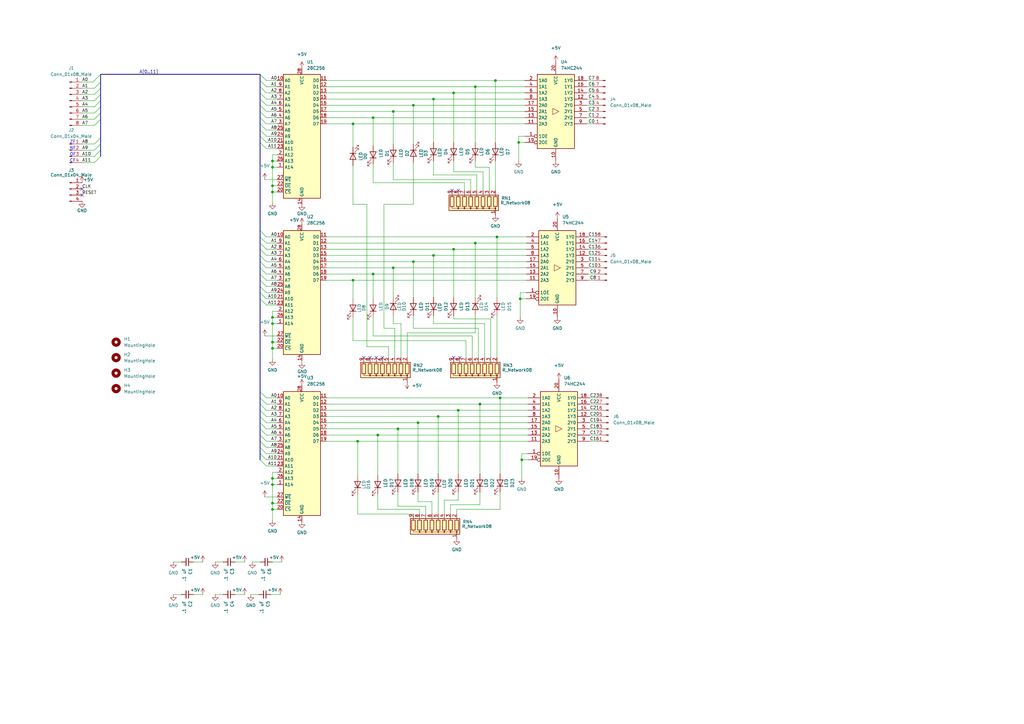
<source format=kicad_sch>
(kicad_sch (version 20211123) (generator eeschema)
  (paper "A3")
  (title_block (title "i281e Control Table") (date "2024-05-04") (rev "C") (company "i281e Development Group") (comment 1 "Licensed under CERN-OHL-P v2") (comment 2 "Copyright i281e Development Group"))
  (lib_symbols
    (symbol "74xx:74HC244"
      (property "Reference" "U" (at -7.62 16.51 0))
      (property "Value" "74HC244" (at -7.62 -16.51 0))
      (symbol "74HC244_1_0"
        (pin input inverted (at -12.7 -10.16 0) (length 5.08) (name "1OE") (number "1"))
        (pin power_in line (at 0 -20.32 90) (length 5.08) (name "GND") (number "10"))
        (pin input line (at -12.7 -5.08 0) (length 5.08) (name "2A3") (number "11"))
        (pin tri_state line (at 12.7 5.08 180) (length 5.08) (name "1Y3") (number "12"))
        (pin input line (at -12.7 -2.54 0) (length 5.08) (name "2A2") (number "13"))
        (pin tri_state line (at 12.7 7.62 180) (length 5.08) (name "1Y2") (number "14"))
        (pin input line (at -12.7 0 0) (length 5.08) (name "2A1") (number "15"))
        (pin tri_state line (at 12.7 10.16 180) (length 5.08) (name "1Y1") (number "16"))
        (pin input line (at -12.7 2.54 0) (length 5.08) (name "2A0") (number "17"))
        (pin tri_state line (at 12.7 12.7 180) (length 5.08) (name "1Y0") (number "18"))
        (pin input inverted (at -12.7 -12.7 0) (length 5.08) (name "2OE") (number "19"))
        (pin input line (at -12.7 12.7 0) (length 5.08) (name "1A0") (number "2"))
        (pin power_in line (at 0 20.32 270) (length 5.08) (name "VCC") (number "20"))
        (pin tri_state line (at 12.7 2.54 180) (length 5.08) (name "2Y0") (number "3"))
        (pin input line (at -12.7 10.16 0) (length 5.08) (name "1A1") (number "4"))
        (pin tri_state line (at 12.7 0 180) (length 5.08) (name "2Y1") (number "5"))
        (pin input line (at -12.7 7.62 0) (length 5.08) (name "1A2") (number "6"))
        (pin tri_state line (at 12.7 -2.54 180) (length 5.08) (name "2Y2") (number "7"))
        (pin input line (at -12.7 5.08 0) (length 5.08) (name "1A3") (number "8"))
        (pin tri_state line (at 12.7 -5.08 180) (length 5.08) (name "2Y3") (number "9"))
      )
    )
    (symbol "Connector:Conn_01x04_Male" (pin_names (offset 1.016) hide)
      (property "Reference" "J" (at 0 5.08 0))
      (property "Value" "Conn_01x04_Male" (at 0 -7.62 0))
      (symbol "Conn_01x04_Male_1_1"
        (pin passive line (at 5.08 2.54 180) (length 3.81) (name "Pin_1") (number "1"))
        (pin passive line (at 5.08 0 180) (length 3.81) (name "Pin_2") (number "2"))
        (pin passive line (at 5.08 -2.54 180) (length 3.81) (name "Pin_3") (number "3"))
        (pin passive line (at 5.08 -5.08 180) (length 3.81) (name "Pin_4") (number "4"))
      )
    )
    (symbol "Connector:Conn_01x08_Male" (pin_names (offset 1.016) hide)
      (property "Reference" "J" (at 0 10.16 0))
      (property "Value" "Conn_01x08_Male" (at 0 -12.7 0))
      (symbol "Conn_01x08_Male_1_1"
        (pin passive line (at 5.08 7.62 180) (length 3.81) (name "Pin_1") (number "1"))
        (pin passive line (at 5.08 5.08 180) (length 3.81) (name "Pin_2") (number "2"))
        (pin passive line (at 5.08 2.54 180) (length 3.81) (name "Pin_3") (number "3"))
        (pin passive line (at 5.08 0 180) (length 3.81) (name "Pin_4") (number "4"))
        (pin passive line (at 5.08 -2.54 180) (length 3.81) (name "Pin_5") (number "5"))
        (pin passive line (at 5.08 -5.08 180) (length 3.81) (name "Pin_6") (number "6"))
        (pin passive line (at 5.08 -7.62 180) (length 3.81) (name "Pin_7") (number "7"))
        (pin passive line (at 5.08 -10.16 180) (length 3.81) (name "Pin_8") (number "8"))
      )
    )
    (symbol "Device:C_Small" (pin_numbers hide) (pin_names (offset 0.254) hide)
      (property "Reference" "C" (at 0.254 1.778 0))
      (property "Value" "C_Small" (at 0.254 -2.032 0))
      (symbol "C_Small_1_1"
        (pin passive line (at 0 2.54 270) (length 2.032) (name "~") (number "1"))
        (pin passive line (at 0 -2.54 90) (length 2.032) (name "~") (number "2"))
      )
    )
    (symbol "Device:LED" (pin_numbers hide) (pin_names (offset 1.016) hide)
      (property "Reference" "D" (at 0 2.54 0))
      (property "Value" "LED" (at 0 -2.54 0))
      (symbol "LED_1_1"
        (pin passive line (at -3.81 0 0) (length 2.54) (name "K") (number "1"))
        (pin passive line (at 3.81 0 180) (length 2.54) (name "A") (number "2"))
      )
    )
    (symbol "Device:R_Network08" (pin_names (offset 0) hide)
      (property "Reference" "RN" (at -12.7 0 90))
      (property "Value" "R_Network08" (at 10.16 0 90))
      (symbol "R_Network08_1_1"
        (pin passive line (at -10.16 5.08 270) (length 2.54) (name "common") (number "1"))
        (pin passive line (at -10.16 -5.08 90) (length 1.27) (name "R1") (number "2"))
        (pin passive line (at -7.62 -5.08 90) (length 1.27) (name "R2") (number "3"))
        (pin passive line (at -5.08 -5.08 90) (length 1.27) (name "R3") (number "4"))
        (pin passive line (at -2.54 -5.08 90) (length 1.27) (name "R4") (number "5"))
        (pin passive line (at 0 -5.08 90) (length 1.27) (name "R5") (number "6"))
        (pin passive line (at 2.54 -5.08 90) (length 1.27) (name "R6") (number "7"))
        (pin passive line (at 5.08 -5.08 90) (length 1.27) (name "R7") (number "8"))
        (pin passive line (at 7.62 -5.08 90) (length 1.27) (name "R8") (number "9"))
      )
    )
    (symbol "Mechanical:MountingHole" (pin_names (offset 1.016))
      (property "Reference" "H" (at 0 5.08 0))
      (property "Value" "MountingHole" (at 0 3.175 0))
    )
    (symbol "Memory_EEPROM:28C256"
      (property "Reference" "U" (at -7.62 26.67 0))
      (property "Value" "28C256" (at 2.54 -26.67 0))
      (symbol "28C256_1_1"
        (pin input line (at -10.16 -12.7 0) (length 2.54) (name "A14") (number "1"))
        (pin input line (at -10.16 22.86 0) (length 2.54) (name "A0") (number "10"))
        (pin tri_state line (at 10.16 22.86 180) (length 2.54) (name "D0") (number "11"))
        (pin tri_state line (at 10.16 20.32 180) (length 2.54) (name "D1") (number "12"))
        (pin tri_state line (at 10.16 17.78 180) (length 2.54) (name "D2") (number "13"))
        (pin power_in line (at 0 -27.94 90) (length 2.54) (name "GND") (number "14"))
        (pin tri_state line (at 10.16 15.24 180) (length 2.54) (name "D3") (number "15"))
        (pin tri_state line (at 10.16 12.7 180) (length 2.54) (name "D4") (number "16"))
        (pin tri_state line (at 10.16 10.16 180) (length 2.54) (name "D5") (number "17"))
        (pin tri_state line (at 10.16 7.62 180) (length 2.54) (name "D6") (number "18"))
        (pin tri_state line (at 10.16 5.08 180) (length 2.54) (name "D7") (number "19"))
        (pin input line (at -10.16 -7.62 0) (length 2.54) (name "A12") (number "2"))
        (pin input line (at -10.16 -22.86 0) (length 2.54) (name "~{CS}") (number "20"))
        (pin input line (at -10.16 -2.54 0) (length 2.54) (name "A10") (number "21"))
        (pin input line (at -10.16 -20.32 0) (length 2.54) (name "~{OE}") (number "22"))
        (pin input line (at -10.16 -5.08 0) (length 2.54) (name "A11") (number "23"))
        (pin input line (at -10.16 0 0) (length 2.54) (name "A9") (number "24"))
        (pin input line (at -10.16 2.54 0) (length 2.54) (name "A8") (number "25"))
        (pin input line (at -10.16 -10.16 0) (length 2.54) (name "A13") (number "26"))
        (pin input line (at -10.16 -17.78 0) (length 2.54) (name "~{WE}") (number "27"))
        (pin power_in line (at 0 27.94 270) (length 2.54) (name "VCC") (number "28"))
        (pin input line (at -10.16 5.08 0) (length 2.54) (name "A7") (number "3"))
        (pin input line (at -10.16 7.62 0) (length 2.54) (name "A6") (number "4"))
        (pin input line (at -10.16 10.16 0) (length 2.54) (name "A5") (number "5"))
        (pin input line (at -10.16 12.7 0) (length 2.54) (name "A4") (number "6"))
        (pin input line (at -10.16 15.24 0) (length 2.54) (name "A3") (number "7"))
        (pin input line (at -10.16 17.78 0) (length 2.54) (name "A2") (number "8"))
        (pin input line (at -10.16 20.32 0) (length 2.54) (name "A1") (number "9"))
      )
    )
    (symbol "power:+5V" (power) (pin_names (offset 0))
      (property "Value" "+5V" (at 0 3.556 0))
      (symbol "+5V_1_1"
        (pin power_in line (at 0 0 90) (length 0) hide (name "+5V") (number "1"))
      )
    )
    (symbol "power:GND" (power) (pin_names (offset 0))
      (property "Value" "GND" (at 0 -3.81 0))
      (symbol "GND_1_1"
        (pin power_in line (at 0 0 270) (length 0) hide (name "GND") (number "1"))
      )
    )
  )
  (junction (at 187.96 168.275))
  (junction (at 111.76 130.175))
  (junction (at 111.76 66.04))
  (junction (at 194.945 99.695))
  (junction (at 144.78 114.935))
  (junction (at 111.76 142.875))
  (junction (at 111.76 208.915))
  (junction (at 169.545 43.18))
  (junction (at 171.45 173.355))
  (junction (at 203.835 97.155))
  (junction (at 111.76 206.375))
  (junction (at 177.8 104.775))
  (junction (at 144.78 50.8))
  (junction (at 161.29 45.72))
  (junction (at 111.76 78.74))
  (junction (at 153.035 48.26))
  (junction (at 186.055 102.235))
  (junction (at 194.945 35.56))
  (junction (at 212.725 58.42))
  (junction (at 111.76 132.715))
  (junction (at 111.76 196.215))
  (junction (at 111.76 68.58))
  (junction (at 203.2 33.02))
  (junction (at 213.36 122.555))
  (junction (at 111.76 76.2))
  (junction (at 169.545 107.315))
  (junction (at 213.995 188.595))
  (junction (at 186.055 38.1))
  (junction (at 154.94 178.435))
  (junction (at 179.705 170.815))
  (junction (at 146.685 180.975))
  (junction (at 163.195 175.895))
  (junction (at 153.035 112.395))
  (junction (at 161.29 109.855))
  (junction (at 196.85 165.735))
  (junction (at 111.76 198.755))
  (junction (at 177.8 40.64))
  (junction (at 111.76 140.335))
  (junction (at 205.105 163.195))
  (no_connect (at 185.42 78.105))
  (no_connect (at 33.655 77.47))
  (no_connect (at 151.765 146.685))
  (no_connect (at 186.055 146.685))
  (no_connect (at 187.96 78.105))
  (no_connect (at 156.845 146.685))
  (no_connect (at 149.225 146.685))
  (no_connect (at 154.305 146.685))
  (no_connect (at 188.595 146.685))
  (no_connect (at 33.655 80.01))
  (bus_entry (at 106.68 173.355) (size 2.54 2.54))
  (bus_entry (at 106.68 104.775) (size 2.54 2.54))
  (bus_entry (at 106.68 109.855) (size 2.54 2.54))
  (bus_entry (at 106.68 163.195) (size 2.54 2.54))
  (bus_entry (at 106.68 183.515) (size 2.54 2.54))
  (bus_entry (at 106.68 58.42) (size 2.54 2.54))
  (bus_entry (at 106.68 117.475) (size 2.54 2.54))
  (bus_entry (at 106.68 168.275) (size 2.54 2.54))
  (bus_entry (at 41.275 46.355) (size -2.54 2.54))
  (bus_entry (at 106.68 186.055) (size 2.54 2.54))
  (bus_entry (at 106.68 122.555) (size 2.54 2.54))
  (bus_entry (at 106.68 188.595) (size 2.54 2.54))
  (bus_entry (at 106.68 50.8) (size 2.54 2.54))
  (bus_entry (at 41.275 41.275) (size -2.54 2.54))
  (bus_entry (at 106.68 170.815) (size 2.54 2.54))
  (bus_entry (at 106.68 55.88) (size 2.54 2.54))
  (bus_entry (at 106.68 178.435) (size 2.54 2.54))
  (bus_entry (at 41.275 48.895) (size -2.54 2.54))
  (bus_entry (at 41.275 59.055) (size -2.54 2.54))
  (bus_entry (at 106.68 107.315) (size 2.54 2.54))
  (bus_entry (at 106.68 35.56) (size 2.54 2.54))
  (bus_entry (at 106.68 180.975) (size 2.54 2.54))
  (bus_entry (at 41.275 43.815) (size -2.54 2.54))
  (bus_entry (at 106.68 165.735) (size 2.54 2.54))
  (bus_entry (at 106.68 33.02) (size 2.54 2.54))
  (bus_entry (at 106.68 102.235) (size 2.54 2.54))
  (bus_entry (at 41.275 61.595) (size -2.54 2.54))
  (bus_entry (at 106.68 97.155) (size 2.54 2.54))
  (bus_entry (at 106.68 160.655) (size 2.54 2.54))
  (bus_entry (at 106.68 175.895) (size 2.54 2.54))
  (bus_entry (at 106.68 99.695) (size 2.54 2.54))
  (bus_entry (at 41.275 33.655) (size -2.54 2.54))
  (bus_entry (at 106.68 94.615) (size 2.54 2.54))
  (bus_entry (at 41.275 38.735) (size -2.54 2.54))
  (bus_entry (at 41.275 30.48) (size -2.54 2.54))
  (bus_entry (at 106.68 30.48) (size 2.54 2.54))
  (bus_entry (at 41.275 36.195) (size -2.54 2.54))
  (bus_entry (at 106.68 45.72) (size 2.54 2.54))
  (bus_entry (at 106.68 114.935) (size 2.54 2.54))
  (bus_entry (at 106.68 43.18) (size 2.54 2.54))
  (bus_entry (at 41.275 64.135) (size -2.54 2.54))
  (bus_entry (at 106.68 40.64) (size 2.54 2.54))
  (bus_entry (at 106.68 38.1) (size 2.54 2.54))
  (bus_entry (at 106.68 53.34) (size 2.54 2.54))
  (bus_entry (at 41.275 56.515) (size -2.54 2.54))
  (bus_entry (at 106.68 48.26) (size 2.54 2.54))
  (bus_entry (at 106.68 120.015) (size 2.54 2.54))
  (bus_entry (at 106.68 112.395) (size 2.54 2.54))
  (wire (pts (xy 109.22 112.395) (xy 113.665 112.395)))
  (wire (pts (xy 109.22 191.135) (xy 113.665 191.135)))
  (wire (pts (xy 33.655 38.735) (xy 38.735 38.735)))
  (wire (pts (xy 144.78 83.82) (xy 150.495 83.82)))
  (bus (pts (xy 106.68 183.515) (xy 106.68 186.055)))
  (wire (pts (xy 146.685 180.975) (xy 216.535 180.975)))
  (wire (pts (xy 146.685 210.82) (xy 169.545 210.82)))
  (wire (pts (xy 111.76 127.635) (xy 111.76 130.175)))
  (wire (pts (xy 144.78 139.7) (xy 191.135 139.7)))
  (wire (pts (xy 144.78 130.175) (xy 144.78 139.7)))
  (wire (pts (xy 198.755 146.685) (xy 198.755 132.715)))
  (wire (pts (xy 244.475 175.895) (xy 241.935 175.895)))
  (wire (pts (xy 109.22 35.56) (xy 113.665 35.56)))
  (wire (pts (xy 161.925 134.62) (xy 157.48 134.62)))
  (wire (pts (xy 146.685 180.975) (xy 146.685 194.945)))
  (wire (pts (xy 38.735 33.02) (xy 38.1 33.655)))
  (wire (pts (xy 111.76 206.375) (xy 111.76 208.915)))
  (wire (pts (xy 161.29 109.855) (xy 215.9 109.855)))
  (wire (pts (xy 133.985 40.64) (xy 177.8 40.64)))
  (wire (pts (xy 133.985 48.26) (xy 153.035 48.26)))
  (wire (pts (xy 111.76 78.74) (xy 113.665 78.74)))
  (wire (pts (xy 109.22 168.275) (xy 113.665 168.275)))
  (bus (pts (xy 106.68 40.64) (xy 106.68 43.18)))
  (wire (pts (xy 153.035 74.93) (xy 153.035 67.31)))
  (wire (pts (xy 167.005 136.525) (xy 194.945 136.525)))
  (wire (pts (xy 33.655 43.815) (xy 38.735 43.815)))
  (wire (pts (xy 187.96 201.93) (xy 187.96 205.105)))
  (wire (pts (xy 169.545 83.82) (xy 169.545 66.675)))
  (wire (pts (xy 177.8 71.755) (xy 195.58 71.755)))
  (wire (pts (xy 113.665 76.2) (xy 111.76 76.2)))
  (wire (pts (xy 133.985 33.02) (xy 203.2 33.02)))
  (wire (pts (xy 71.12 230.505) (xy 74.295 230.505)))
  (wire (pts (xy 33.655 61.595) (xy 38.735 61.595)))
  (wire (pts (xy 186.055 38.1) (xy 186.055 58.42)))
  (wire (pts (xy 171.45 205.74) (xy 177.165 205.74)))
  (wire (pts (xy 161.29 109.855) (xy 161.29 121.92)))
  (wire (pts (xy 195.58 71.755) (xy 195.58 78.105)))
  (wire (pts (xy 163.195 175.895) (xy 163.195 194.31)))
  (wire (pts (xy 123.825 148.59) (xy 123.825 147.955)))
  (wire (pts (xy 213.995 188.595) (xy 216.535 188.595)))
  (wire (pts (xy 111.76 230.505) (xy 115.57 230.505)))
  (wire (pts (xy 133.985 35.56) (xy 194.945 35.56)))
  (wire (pts (xy 201.295 130.81) (xy 186.055 130.81)))
  (bus (pts (xy 41.275 61.595) (xy 41.275 59.055)))
  (wire (pts (xy 109.22 53.34) (xy 113.665 53.34)))
  (wire (pts (xy 153.035 48.26) (xy 153.035 59.69)))
  (wire (pts (xy 109.22 173.355) (xy 113.665 173.355)))
  (wire (pts (xy 111.76 142.875) (xy 111.76 147.32)))
  (wire (pts (xy 194.945 35.56) (xy 194.945 58.42)))
  (wire (pts (xy 161.29 45.72) (xy 215.265 45.72)))
  (wire (pts (xy 133.985 97.155) (xy 203.835 97.155)))
  (wire (pts (xy 109.22 178.435) (xy 113.665 178.435)))
  (wire (pts (xy 213.36 120.015) (xy 213.36 122.555)))
  (wire (pts (xy 203.2 33.02) (xy 215.265 33.02)))
  (wire (pts (xy 153.035 130.175) (xy 153.035 137.795)))
  (wire (pts (xy 133.985 50.8) (xy 144.78 50.8)))
  (wire (pts (xy 177.8 40.64) (xy 177.8 58.42)))
  (wire (pts (xy 109.22 165.735) (xy 113.665 165.735)))
  (wire (pts (xy 243.205 45.72) (xy 240.665 45.72)))
  (bus (pts (xy 41.275 43.815) (xy 41.275 41.275)))
  (wire (pts (xy 243.84 102.235) (xy 241.3 102.235)))
  (wire (pts (xy 109.22 38.1) (xy 113.665 38.1)))
  (wire (pts (xy 203.835 97.155) (xy 203.835 121.92)))
  (wire (pts (xy 172.085 208.915) (xy 154.94 208.915)))
  (wire (pts (xy 111.76 196.215) (xy 113.665 196.215)))
  (wire (pts (xy 186.055 38.1) (xy 215.265 38.1)))
  (wire (pts (xy 186.055 102.235) (xy 186.055 121.92)))
  (wire (pts (xy 33.655 46.355) (xy 38.735 46.355)))
  (wire (pts (xy 161.29 132.715) (xy 164.465 132.715)))
  (wire (pts (xy 169.545 129.54) (xy 169.545 134.62)))
  (bus (pts (xy 106.68 38.1) (xy 106.68 40.64)))
  (wire (pts (xy 194.945 99.695) (xy 194.945 121.92)))
  (wire (pts (xy 194.945 68.58) (xy 200.66 68.58)))
  (wire (pts (xy 159.385 142.24) (xy 150.495 142.24)))
  (bus (pts (xy 106.68 94.615) (xy 106.68 97.155)))
  (bus (pts (xy 106.68 99.695) (xy 106.68 102.235)))
  (wire (pts (xy 109.22 55.88) (xy 113.665 55.88)))
  (wire (pts (xy 201.295 146.685) (xy 201.295 130.81)))
  (wire (pts (xy 109.22 120.015) (xy 113.665 120.015)))
  (wire (pts (xy 191.135 139.7) (xy 191.135 146.685)))
  (wire (pts (xy 179.705 201.93) (xy 179.705 210.82)))
  (wire (pts (xy 179.705 170.815) (xy 216.535 170.815)))
  (wire (pts (xy 133.985 114.935) (xy 144.78 114.935)))
  (wire (pts (xy 164.465 132.715) (xy 164.465 146.685)))
  (bus (pts (xy 106.68 97.155) (xy 106.68 99.695)))
  (wire (pts (xy 144.78 114.935) (xy 215.9 114.935)))
  (wire (pts (xy 96.52 243.84) (xy 100.33 243.84)))
  (wire (pts (xy 111.76 142.875) (xy 113.665 142.875)))
  (bus (pts (xy 106.68 186.055) (xy 106.68 188.595)))
  (wire (pts (xy 109.22 114.935) (xy 113.665 114.935)))
  (wire (pts (xy 216.535 186.055) (xy 213.995 186.055)))
  (wire (pts (xy 154.94 208.915) (xy 154.94 202.565)))
  (wire (pts (xy 88.265 243.84) (xy 91.44 243.84)))
  (wire (pts (xy 111.125 243.84) (xy 114.935 243.84)))
  (wire (pts (xy 111.76 68.58) (xy 113.665 68.58)))
  (wire (pts (xy 109.22 183.515) (xy 113.665 183.515)))
  (wire (pts (xy 194.945 129.54) (xy 194.945 136.525)))
  (wire (pts (xy 243.84 107.315) (xy 241.3 107.315)))
  (wire (pts (xy 153.035 112.395) (xy 215.9 112.395)))
  (wire (pts (xy 177.8 132.715) (xy 177.8 129.54)))
  (wire (pts (xy 144.78 50.8) (xy 144.78 60.325)))
  (bus (pts (xy 41.275 41.275) (xy 41.275 38.735)))
  (wire (pts (xy 109.22 175.895) (xy 113.665 175.895)))
  (wire (pts (xy 111.76 78.74) (xy 111.76 83.185)))
  (wire (pts (xy 243.84 109.855) (xy 241.3 109.855)))
  (wire (pts (xy 109.22 99.695) (xy 113.665 99.695)))
  (wire (pts (xy 144.78 67.945) (xy 144.78 83.82)))
  (wire (pts (xy 193.675 137.795) (xy 193.675 146.685)))
  (wire (pts (xy 244.475 163.195) (xy 241.935 163.195)))
  (wire (pts (xy 167.005 136.525) (xy 167.005 146.685)))
  (wire (pts (xy 111.76 208.915) (xy 113.665 208.915)))
  (wire (pts (xy 111.76 140.335) (xy 111.76 142.875)))
  (wire (pts (xy 111.76 66.04) (xy 113.665 66.04)))
  (wire (pts (xy 194.945 35.56) (xy 215.265 35.56)))
  (wire (pts (xy 109.22 104.775) (xy 113.665 104.775)))
  (wire (pts (xy 171.45 173.355) (xy 171.45 194.31)))
  (wire (pts (xy 159.385 146.685) (xy 159.385 142.24)))
  (wire (pts (xy 109.22 188.595) (xy 113.665 188.595)))
  (bus (pts (xy 106.68 180.975) (xy 106.68 183.515)))
  (wire (pts (xy 200.66 68.58) (xy 200.66 78.105)))
  (bus (pts (xy 106.68 173.355) (xy 106.68 175.895)))
  (wire (pts (xy 154.94 178.435) (xy 216.535 178.435)))
  (wire (pts (xy 177.8 104.775) (xy 177.8 121.92)))
  (wire (pts (xy 196.85 165.735) (xy 196.85 194.31)))
  (wire (pts (xy 182.245 205.105) (xy 182.245 210.82)))
  (wire (pts (xy 169.545 134.62) (xy 196.215 134.62)))
  (wire (pts (xy 187.96 205.105) (xy 182.245 205.105)))
  (bus (pts (xy 106.68 55.88) (xy 106.68 58.42)))
  (wire (pts (xy 133.985 168.275) (xy 187.96 168.275)))
  (bus (pts (xy 106.68 175.895) (xy 106.68 178.435)))
  (bus (pts (xy 106.68 163.195) (xy 106.68 165.735)))
  (wire (pts (xy 133.985 165.735) (xy 196.85 165.735)))
  (wire (pts (xy 133.985 109.855) (xy 161.29 109.855)))
  (wire (pts (xy 198.12 78.105) (xy 198.12 70.485)))
  (bus (pts (xy 106.68 43.18) (xy 106.68 45.72)))
  (bus (pts (xy 106.68 102.235) (xy 106.68 104.775)))
  (wire (pts (xy 184.785 210.82) (xy 184.785 207.01)))
  (wire (pts (xy 203.2 33.02) (xy 203.2 58.42)))
  (wire (pts (xy 243.84 104.775) (xy 241.3 104.775)))
  (wire (pts (xy 111.76 66.04) (xy 111.76 68.58)))
  (wire (pts (xy 243.205 33.02) (xy 240.665 33.02)))
  (wire (pts (xy 111.76 198.755) (xy 113.665 198.755)))
  (wire (pts (xy 33.655 51.435) (xy 38.735 51.435)))
  (bus (pts (xy 106.68 30.48) (xy 106.68 33.02)))
  (wire (pts (xy 157.48 83.82) (xy 169.545 83.82)))
  (wire (pts (xy 203.835 97.155) (xy 215.9 97.155)))
  (bus (pts (xy 106.68 45.72) (xy 106.68 48.26)))
  (wire (pts (xy 133.985 45.72) (xy 161.29 45.72)))
  (wire (pts (xy 194.945 66.04) (xy 194.945 68.58)))
  (wire (pts (xy 109.22 97.155) (xy 113.665 97.155)))
  (wire (pts (xy 109.22 117.475) (xy 113.665 117.475)))
  (wire (pts (xy 111.76 68.58) (xy 111.76 76.2)))
  (wire (pts (xy 244.475 173.355) (xy 241.935 173.355)))
  (wire (pts (xy 96.52 230.505) (xy 100.33 230.505)))
  (bus (pts (xy 106.68 58.42) (xy 106.68 94.615)))
  (wire (pts (xy 133.985 112.395) (xy 153.035 112.395)))
  (bus (pts (xy 106.68 178.435) (xy 106.68 180.975)))
  (wire (pts (xy 212.725 55.88) (xy 212.725 58.42)))
  (bus (pts (xy 106.68 114.935) (xy 106.68 117.475)))
  (wire (pts (xy 213.36 122.555) (xy 213.36 130.175)))
  (bus (pts (xy 106.68 33.02) (xy 106.68 35.56)))
  (wire (pts (xy 109.22 125.095) (xy 113.665 125.095)))
  (bus (pts (xy 106.68 160.655) (xy 106.68 163.195)))
  (wire (pts (xy 102.87 243.84) (xy 106.045 243.84)))
  (wire (pts (xy 133.985 180.975) (xy 146.685 180.975)))
  (wire (pts (xy 198.755 132.715) (xy 177.8 132.715)))
  (wire (pts (xy 194.945 99.695) (xy 215.9 99.695)))
  (wire (pts (xy 33.655 36.195) (xy 38.735 36.195)))
  (wire (pts (xy 153.035 48.26) (xy 215.265 48.26)))
  (wire (pts (xy 109.22 180.975) (xy 113.665 180.975)))
  (wire (pts (xy 161.29 132.715) (xy 161.29 129.54)))
  (bus (pts (xy 106.68 104.775) (xy 106.68 107.315)))
  (wire (pts (xy 174.625 207.645) (xy 174.625 210.82)))
  (bus (pts (xy 106.68 165.735) (xy 106.68 168.275)))
  (wire (pts (xy 190.5 74.93) (xy 190.5 78.105)))
  (wire (pts (xy 213.36 122.555) (xy 215.9 122.555)))
  (wire (pts (xy 205.105 163.195) (xy 205.105 194.31)))
  (wire (pts (xy 205.105 163.195) (xy 216.535 163.195)))
  (wire (pts (xy 109.22 60.96) (xy 113.665 60.96)))
  (wire (pts (xy 186.055 130.81) (xy 186.055 129.54)))
  (wire (pts (xy 157.48 134.62) (xy 157.48 83.82)))
  (wire (pts (xy 133.985 104.775) (xy 177.8 104.775)))
  (wire (pts (xy 111.76 208.915) (xy 111.76 213.36)))
  (wire (pts (xy 109.22 58.42) (xy 113.665 58.42)))
  (wire (pts (xy 163.195 201.93) (xy 163.195 207.645)))
  (wire (pts (xy 171.45 173.355) (xy 216.535 173.355)))
  (wire (pts (xy 109.22 48.26) (xy 113.665 48.26)))
  (wire (pts (xy 33.655 64.135) (xy 38.735 64.135)))
  (wire (pts (xy 169.545 107.315) (xy 169.545 121.92)))
  (wire (pts (xy 113.665 127.635) (xy 111.76 127.635)))
  (wire (pts (xy 111.76 198.755) (xy 111.76 206.375)))
  (wire (pts (xy 150.495 142.24) (xy 150.495 83.82)))
  (wire (pts (xy 144.78 50.8) (xy 215.265 50.8)))
  (wire (pts (xy 144.78 114.935) (xy 144.78 122.555)))
  (wire (pts (xy 187.96 168.275) (xy 187.96 194.31)))
  (wire (pts (xy 109.22 45.72) (xy 113.665 45.72)))
  (wire (pts (xy 109.22 50.8) (xy 113.665 50.8)))
  (wire (pts (xy 33.655 41.275) (xy 38.735 41.275)))
  (wire (pts (xy 146.685 202.565) (xy 146.685 210.82)))
  (wire (pts (xy 109.22 107.315) (xy 113.665 107.315)))
  (wire (pts (xy 196.85 207.01) (xy 196.85 201.93)))
  (wire (pts (xy 161.29 73.66) (xy 161.29 66.675)))
  (wire (pts (xy 169.545 43.18) (xy 169.545 59.055)))
  (wire (pts (xy 133.985 43.18) (xy 169.545 43.18)))
  (wire (pts (xy 109.22 186.055) (xy 113.665 186.055)))
  (wire (pts (xy 111.76 132.715) (xy 113.665 132.715)))
  (wire (pts (xy 111.76 132.715) (xy 111.76 140.335)))
  (bus (pts (xy 106.68 112.395) (xy 106.68 114.935)))
  (wire (pts (xy 243.84 97.155) (xy 241.3 97.155)))
  (wire (pts (xy 186.055 70.485) (xy 186.055 66.04)))
  (wire (pts (xy 133.985 99.695) (xy 194.945 99.695)))
  (wire (pts (xy 215.265 55.88) (xy 212.725 55.88)))
  (wire (pts (xy 163.195 207.645) (xy 174.625 207.645)))
  (wire (pts (xy 161.29 45.72) (xy 161.29 59.055)))
  (wire (pts (xy 113.665 140.335) (xy 111.76 140.335)))
  (bus (pts (xy 106.68 107.315) (xy 106.68 109.855)))
  (wire (pts (xy 109.22 40.64) (xy 113.665 40.64)))
  (wire (pts (xy 33.655 59.055) (xy 38.735 59.055)))
  (wire (pts (xy 177.165 205.74) (xy 177.165 210.82)))
  (wire (pts (xy 198.12 70.485) (xy 186.055 70.485)))
  (wire (pts (xy 133.985 107.315) (xy 169.545 107.315)))
  (wire (pts (xy 213.995 186.055) (xy 213.995 188.595)))
  (wire (pts (xy 153.035 74.93) (xy 190.5 74.93)))
  (wire (pts (xy 212.725 58.42) (xy 212.725 66.04)))
  (bus (pts (xy 106.68 50.8) (xy 106.68 53.34)))
  (wire (pts (xy 109.22 43.18) (xy 113.665 43.18)))
  (wire (pts (xy 212.725 58.42) (xy 215.265 58.42)))
  (wire (pts (xy 71.12 243.84) (xy 74.295 243.84)))
  (wire (pts (xy 169.545 107.315) (xy 215.9 107.315)))
  (wire (pts (xy 205.105 201.93) (xy 205.105 208.915)))
  (wire (pts (xy 108.585 73.66) (xy 113.665 73.66)))
  (wire (pts (xy 243.84 114.935) (xy 241.3 114.935)))
  (wire (pts (xy 203.2 66.04) (xy 203.2 78.105)))
  (wire (pts (xy 177.8 66.04) (xy 177.8 71.755)))
  (wire (pts (xy 196.215 134.62) (xy 196.215 146.685)))
  (wire (pts (xy 133.985 38.1) (xy 186.055 38.1)))
  (wire (pts (xy 177.8 40.64) (xy 215.265 40.64)))
  (wire (pts (xy 163.195 175.895) (xy 216.535 175.895)))
  (bus (pts (xy 41.275 30.48) (xy 106.68 30.48)))
  (wire (pts (xy 33.655 33.655) (xy 38.1 33.655)))
  (wire (pts (xy 88.265 230.505) (xy 91.44 230.505)))
  (bus (pts (xy 106.68 53.34) (xy 106.68 55.88)))
  (wire (pts (xy 171.45 201.93) (xy 171.45 205.74)))
  (wire (pts (xy 33.655 66.675) (xy 38.735 66.675)))
  (bus (pts (xy 41.275 59.055) (xy 41.275 56.515)))
  (wire (pts (xy 244.475 168.275) (xy 241.935 168.275)))
  (wire (pts (xy 111.76 63.5) (xy 111.76 66.04)))
  (wire (pts (xy 111.76 130.175) (xy 111.76 132.715)))
  (wire (pts (xy 177.8 104.775) (xy 215.9 104.775)))
  (wire (pts (xy 109.22 102.235) (xy 113.665 102.235)))
  (wire (pts (xy 108.585 137.795) (xy 113.665 137.795)))
  (wire (pts (xy 196.85 165.735) (xy 216.535 165.735)))
  (wire (pts (xy 213.995 188.595) (xy 213.995 196.215)))
  (bus (pts (xy 106.68 168.275) (xy 106.68 170.815)))
  (bus (pts (xy 106.68 122.555) (xy 106.68 160.655)))
  (wire (pts (xy 184.785 207.01) (xy 196.85 207.01)))
  (wire (pts (xy 243.205 50.8) (xy 240.665 50.8)))
  (wire (pts (xy 193.04 73.66) (xy 193.04 78.105)))
  (wire (pts (xy 133.985 170.815) (xy 179.705 170.815)))
  (wire (pts (xy 133.985 163.195) (xy 205.105 163.195)))
  (bus (pts (xy 106.68 35.56) (xy 106.68 38.1)))
  (wire (pts (xy 109.22 109.855) (xy 113.665 109.855)))
  (wire (pts (xy 243.205 48.26) (xy 240.665 48.26)))
  (wire (pts (xy 133.985 178.435) (xy 154.94 178.435)))
  (bus (pts (xy 41.275 36.195) (xy 41.275 33.655)))
  (wire (pts (xy 113.665 206.375) (xy 111.76 206.375)))
  (bus (pts (xy 41.275 56.515) (xy 41.275 48.895)))
  (wire (pts (xy 111.76 130.175) (xy 113.665 130.175)))
  (wire (pts (xy 108.585 203.835) (xy 113.665 203.835)))
  (wire (pts (xy 113.665 63.5) (xy 111.76 63.5)))
  (bus (pts (xy 41.275 64.135) (xy 41.275 61.595)))
  (wire (pts (xy 172.085 210.82) (xy 172.085 208.915)))
  (wire (pts (xy 187.325 208.915) (xy 187.325 210.82)))
  (wire (pts (xy 244.475 165.735) (xy 241.935 165.735)))
  (bus (pts (xy 106.68 117.475) (xy 106.68 120.015)))
  (wire (pts (xy 243.84 112.395) (xy 241.3 112.395)))
  (wire (pts (xy 244.475 178.435) (xy 241.935 178.435)))
  (wire (pts (xy 193.04 73.66) (xy 161.29 73.66)))
  (wire (pts (xy 203.835 146.685) (xy 203.835 129.54)))
  (wire (pts (xy 133.985 102.235) (xy 186.055 102.235)))
  (bus (pts (xy 41.275 48.895) (xy 41.275 46.355)))
  (bus (pts (xy 106.68 48.26) (xy 106.68 50.8)))
  (wire (pts (xy 109.22 163.195) (xy 113.665 163.195)))
  (wire (pts (xy 244.475 180.975) (xy 241.935 180.975)))
  (wire (pts (xy 133.985 173.355) (xy 171.45 173.355)))
  (wire (pts (xy 103.505 230.505) (xy 106.68 230.505)))
  (wire (pts (xy 79.375 230.505) (xy 83.185 230.505)))
  (wire (pts (xy 154.94 178.435) (xy 154.94 194.945)))
  (bus (pts (xy 41.275 38.735) (xy 41.275 36.195)))
  (wire (pts (xy 111.76 193.675) (xy 111.76 196.215)))
  (wire (pts (xy 113.665 193.675) (xy 111.76 193.675)))
  (wire (pts (xy 243.84 99.695) (xy 241.3 99.695)))
  (wire (pts (xy 79.375 243.84) (xy 83.185 243.84)))
  (wire (pts (xy 169.545 43.18) (xy 215.265 43.18)))
  (wire (pts (xy 243.205 43.18) (xy 240.665 43.18)))
  (wire (pts (xy 205.105 208.915) (xy 187.325 208.915)))
  (wire (pts (xy 153.035 112.395) (xy 153.035 122.555)))
  (bus (pts (xy 106.68 109.855) (xy 106.68 112.395)))
  (wire (pts (xy 186.055 102.235) (xy 215.9 102.235)))
  (wire (pts (xy 111.76 196.215) (xy 111.76 198.755)))
  (bus (pts (xy 106.68 120.015) (xy 106.68 122.555)))
  (wire (pts (xy 243.205 40.64) (xy 240.665 40.64)))
  (wire (pts (xy 244.475 170.815) (xy 241.935 170.815)))
  (wire (pts (xy 215.9 120.015) (xy 213.36 120.015)))
  (bus (pts (xy 41.275 46.355) (xy 41.275 43.815)))
  (wire (pts (xy 243.205 38.1) (xy 240.665 38.1)))
  (wire (pts (xy 109.22 33.02) (xy 113.665 33.02)))
  (bus (pts (xy 41.275 33.655) (xy 41.275 30.48)))
  (wire (pts (xy 109.22 170.815) (xy 113.665 170.815)))
  (wire (pts (xy 109.22 122.555) (xy 113.665 122.555)))
  (wire (pts (xy 187.96 168.275) (xy 216.535 168.275)))
  (wire (pts (xy 153.035 137.795) (xy 193.675 137.795)))
  (wire (pts (xy 111.76 76.2) (xy 111.76 78.74)))
  (wire (pts (xy 161.925 146.685) (xy 161.925 134.62)))
  (wire (pts (xy 133.985 175.895) (xy 163.195 175.895)))
  (wire (pts (xy 179.705 170.815) (xy 179.705 194.31)))
  (bus (pts (xy 106.68 170.815) (xy 106.68 173.355)))
  (wire (pts (xy 243.205 35.56) (xy 240.665 35.56)))
  (wire (pts (xy 33.655 48.895) (xy 38.735 48.895)))
  (text "OF" (at 28.575 64.135 0) (effects (font (size 1.27 1.27)) (justify left bottom)))
  (text "CF" (at 28.575 66.675 0) (effects (font (size 1.27 1.27)) (justify left bottom)))
  (text "NF" (at 28.575 61.595 0) (effects (font (size 1.27 1.27)) (justify left bottom)))
  (text "ZF" (at 28.575 59.055 0) (effects (font (size 1.27 1.27)) (justify left bottom)))
  (label "A1" (at 33.655 36.195 0))
  (label "RESET" (at 33.655 80.01 0))
  (label "A3" (at 111.125 40.64 0))
  (label "A6" (at 111.125 48.26 0))
  (label "A6" (at 111.125 112.395 0))
  (label "A2" (at 33.655 38.735 0))
  (label "A1" (at 111.125 35.56 0))
  (label "A2" (at 111.125 168.275 0))
  (label "C8" (at 241.935 114.935 0))
  (label "A3" (at 111.125 104.775 0))
  (label "C3" (at 241.3 43.18 0))
  (label "A4" (at 111.125 43.18 0))
  (label "C23" (at 241.935 163.195 0))
  (label "A8" (at 33.655 59.055 0))
  (label "C0" (at 241.3 50.8 0))
  (label "C9" (at 241.935 112.395 0))
  (label "C14" (at 241.3 99.695 0))
  (label "A2" (at 111.125 102.235 0))
  (label "A9" (at 111.125 186.055 0))
  (label "A4" (at 33.655 43.815 0))
  (label "A7" (at 33.655 51.435 0))
  (label "A5" (at 111.125 109.855 0))
  (label "A9" (at 33.655 61.595 0))
  (label "C4" (at 241.3 40.64 0))
  (label "A0" (at 33.655 33.655 0))
  (label "A8" (at 111.125 183.515 0))
  (label "A10" (at 109.855 122.555 0))
  (label "A1" (at 111.125 165.735 0))
  (label "A5" (at 111.125 175.895 0))
  (label "A11" (at 109.855 60.96 0))
  (label "A6" (at 33.655 48.895 0))
  (label "A0" (at 111.125 163.195 0))
  (label "A[0..11]" (at 57.15 30.48 0))
  (label "A3" (at 111.125 170.815 0))
  (label "A0" (at 111.125 97.155 0))
  (label "A7" (at 111.125 114.935 0))
  (label "A11" (at 33.655 66.675 0))
  (label "C2" (at 241.3 45.72 0))
  (label "C5" (at 241.3 38.1 0))
  (label "A7" (at 111.125 50.8 0))
  (label "A6" (at 111.125 178.435 0))
  (label "A4" (at 111.125 173.355 0))
  (label "C18" (at 241.935 175.895 0))
  (label "C7" (at 241.3 33.02 0))
  (label "C21" (at 241.935 168.275 0))
  (label "A7" (at 111.125 180.975 0))
  (label "A11" (at 109.855 191.135 0))
  (label "C13" (at 241.3 102.235 0))
  (label "A5" (at 33.655 46.355 0))
  (label "A9" (at 111.125 55.88 0))
  (label "A0" (at 111.125 33.02 0))
  (label "A3" (at 33.655 41.275 0))
  (label "C19" (at 241.935 173.355 0))
  (label "A8" (at 111.125 117.475 0))
  (label "CLK" (at 33.655 77.47 0))
  (label "A9" (at 111.125 120.015 0))
  (label "A10" (at 109.855 188.595 0))
  (label "A10" (at 109.855 58.42 0))
  (label "A1" (at 111.125 99.695 0))
  (label "C15" (at 241.3 97.155 0))
  (label "C16" (at 241.935 180.975 0))
  (label "A2" (at 111.125 38.1 0))
  (label "A11" (at 109.855 125.095 0))
  (label "A10" (at 33.655 64.135 0))
  (label "A8" (at 111.125 53.34 0))
  (label "C20" (at 241.935 170.815 0))
  (label "C6" (at 241.3 35.56 0))
  (label "C22" (at 241.935 165.735 0))
  (label "A4" (at 111.125 107.315 0))
  (label "A5" (at 111.125 45.72 0))
  (label "C11" (at 241.3 107.315 0))
  (label "C12" (at 241.3 104.775 0))
  (label "C1" (at 241.3 48.26 0))
  (label "C10" (at 241.3 109.855 0))
  (label "C17" (at 241.935 178.435 0))
  (symbol (lib_id "power:+5V") (at 123.825 27.94 0) (unit 1)
    (property "Reference" "#PWR07" (effects hide))
    (property "Value" "+5V" (at 123.825 22.225 0))
  )
  (symbol (lib_id "Device:C_Small") (at 108.585 243.84 270) (unit 1)
    (property "Reference" "C5" (at 109.8488 246.38 0) (effects (justify left)))
    (property "Value" ".1 uF" (at 107.3088 246.38 0) (effects (justify left)))
    (property "Footprint" "Capacitor_THT:C_Disc_D5.0mm_W2.5mm_P5.00mm" (effects hide))
  )
  (symbol (lib_id "power:GND") (at 203.2 88.265 0) (unit 1)
    (property "Reference" "#PWR018" (effects hide))
    (property "Value" "GND" (at 203.2 92.71 0))
  )
  (symbol (lib_id "Device:LED") (at 144.78 126.365 270) (mirror x) (unit 1)
    (property "Reference" "D8" (at 149.225 126.365 0))
    (property "Value" "LED" (at 147.32 126.365 0))
    (property "Footprint" "LED_THT:LED_D5.0mm" (effects hide))
  )
  (symbol (lib_id "power:GND") (at 229.235 196.215 0) (unit 1)
    (property "Reference" "#PWR045" (effects hide))
    (property "Value" "GND" (at 229.235 200.66 0))
  )
  (symbol (lib_id "power:+5V") (at 114.935 243.84 0) (unit 1)
    (property "Reference" "#PWR056" (effects hide))
    (property "Value" "+5V" (at 111.76 241.935 0))
  )
  (symbol (lib_id "Device:LED") (at 194.945 62.23 270) (mirror x) (unit 1)
    (property "Reference" "D6" (at 200.025 62.23 0))
    (property "Value" "LED" (at 197.485 62.23 0))
    (property "Footprint" "LED_THT:LED_D5.0mm" (effects hide))
  )
  (symbol (lib_id "Connector:Conn_01x08_Male") (at 248.92 107.315 180) (unit 1)
    (property "Reference" "J5" (at 250.19 104.7749 0) (effects (justify right)))
    (property "Value" "Conn_01x08_Male" (at 250.19 107.3149 0) (effects (justify right)))
    (property "Footprint" "Connector_PinHeader_2.54mm:PinHeader_1x08_P2.54mm_Vertical" (effects hide))
  )
  (symbol (lib_id "Memory_EEPROM:28C256") (at 123.825 186.055 0) (unit 1)
    (property "Reference" "U3" (at 125.8444 154.94 0) (effects (justify left)))
    (property "Value" "28C256" (at 125.8444 157.48 0) (effects (justify left)))
    (property "Footprint" "Socket:DIP_Socket-28_W11.9_W12.7_W15.24_W17.78_W18.5_3M_228-1277-00-0602J" (effects hide))
    (property "Datasheet" "http://ww1.microchip.com/downloads/en/DeviceDoc/doc0006.pdf" (effects hide))
  )
  (symbol (lib_id "Connector:Conn_01x04_Male") (at 28.575 61.595 0) (unit 1)
    (property "Reference" "J2" (at 29.21 53.34 0))
    (property "Value" "Conn_01x04_Male" (at 29.21 55.88 0))
    (property "Footprint" "Connector_PinHeader_2.54mm:PinHeader_1x04_P2.54mm_Vertical" (effects hide))
  )
  (symbol (lib_id "Device:LED") (at 186.055 62.23 270) (mirror x) (unit 1)
    (property "Reference" "D5" (at 191.77 62.23 0))
    (property "Value" "LED" (at 189.23 62.23 0))
    (property "Footprint" "LED_THT:LED_D5.0mm" (effects hide))
  )
  (symbol (lib_id "Device:LED") (at 177.8 62.23 270) (mirror x) (unit 1)
    (property "Reference" "D4" (at 182.88 62.23 0))
    (property "Value" "LED" (at 180.34 62.5475 0))
    (property "Footprint" "LED_THT:LED_D5.0mm" (effects hide))
  )
  (symbol (lib_id "power:+5V") (at 108.585 73.66 0) (unit 1)
    (property "Reference" "#PWR01" (effects hide))
    (property "Value" "+5V" (at 108.585 67.945 0))
  )
  (symbol (lib_id "74xx:74HC244") (at 229.235 175.895 0) (unit 1)
    (property "Reference" "U6" (at 231.2544 154.94 0) (effects (justify left)))
    (property "Value" "74HC244" (at 231.2544 157.48 0) (effects (justify left)))
    (property "Footprint" "Package_DIP:DIP-20_W7.62mm" (effects hide))
    (property "Datasheet" "https://assets.nexperia.com/documents/data-sheet/74HC_HCT244.pdf" (effects hide))
  )
  (symbol (lib_id "Device:C_Small") (at 109.22 230.505 270) (unit 1)
    (property "Reference" "C6" (at 110.4838 233.045 0) (effects (justify left)))
    (property "Value" ".1 uF" (at 107.9438 233.045 0) (effects (justify left)))
    (property "Footprint" "Capacitor_THT:C_Disc_D5.0mm_W2.5mm_P5.00mm" (effects hide))
  )
  (symbol (lib_id "Device:LED") (at 144.78 64.135 90) (mirror x) (unit 1)
    (property "Reference" "D0" (at 149.86 64.135 0))
    (property "Value" "LED" (at 147.955 64.135 0))
    (property "Footprint" "LED_THT:LED_D5.0mm" (effects hide))
  )
  (symbol (lib_id "power:+5V") (at 100.33 230.505 0) (unit 1)
    (property "Reference" "#PWR052" (effects hide))
    (property "Value" "+5V" (at 97.155 228.6 0))
  )
  (symbol (lib_id "Device:LED") (at 171.45 198.12 270) (mirror x) (unit 1)
    (property "Reference" "D19" (at 177.165 198.12 0))
    (property "Value" "LED" (at 174.625 198.12 0))
    (property "Footprint" "LED_THT:LED_D5.0mm" (effects hide))
  )
  (symbol (lib_id "Memory_EEPROM:28C256") (at 123.825 120.015 0) (unit 1)
    (property "Reference" "U2" (at 125.8444 88.9 0) (effects (justify left)))
    (property "Value" "28C256" (at 125.8444 91.44 0) (effects (justify left)))
    (property "Footprint" "Socket:DIP_Socket-28_W11.9_W12.7_W15.24_W17.78_W18.5_3M_228-1277-00-0602J" (effects hide))
    (property "Datasheet" "http://ww1.microchip.com/downloads/en/DeviceDoc/doc0006.pdf" (effects hide))
  )
  (symbol (lib_id "Device:LED") (at 196.85 198.12 270) (mirror x) (unit 1)
    (property "Reference" "D22" (at 201.93 198.12 0))
    (property "Value" "LED" (at 199.39 198.12 0))
    (property "Footprint" "LED_THT:LED_D5.0mm" (effects hide))
  )
  (symbol (lib_id "Device:LED") (at 154.94 198.755 270) (mirror x) (unit 1)
    (property "Reference" "D17" (at 160.655 198.12 0))
    (property "Value" "LED" (at 158.115 198.12 0))
    (property "Footprint" "LED_THT:LED_D5.0mm" (effects hide))
  )
  (symbol (lib_id "Connector:Conn_01x04_Male") (at 28.575 77.47 0) (unit 1)
    (property "Reference" "J3" (at 29.21 69.85 0))
    (property "Value" "Conn_01x04_Male" (at 29.21 71.755 0))
    (property "Footprint" "Connector_PinHeader_2.54mm:PinHeader_1x04_P2.54mm_Vertical" (effects hide))
  )
  (symbol (lib_id "Device:R_Network08") (at 156.845 151.765 180) (unit 1)
    (property "Reference" "RN2" (at 171.45 149.86 0))
    (property "Value" "R_Network08" (at 175.26 151.765 0))
    (property "Footprint" "Resistor_THT:R_Array_SIP9" (effects hide))
    (property "Datasheet" "http://www.vishay.com/docs/31509/csc.pdf" (effects hide))
  )
  (symbol (lib_id "power:+5V") (at 100.33 243.84 0) (unit 1)
    (property "Reference" "#PWR053" (effects hide))
    (property "Value" "+5V" (at 97.155 241.935 0))
  )
  (symbol (lib_id "power:GND") (at 123.825 148.59 0) (unit 1)
    (property "Reference" "#PWR010" (effects hide))
    (property "Value" "GND" (at 121.92 152.4 0) (effects (justify left)))
  )
  (symbol (lib_id "power:GND") (at 88.265 230.505 0) (unit 1)
    (property "Reference" "#PWR050" (effects hide))
    (property "Value" "GND" (at 88.265 234.95 0))
  )
  (symbol (lib_id "Mechanical:MountingHole") (at 47.625 140.335 0) (unit 1)
    (property "Reference" "H1" (at 50.8 139.0649 0) (effects (justify left)))
    (property "Value" "MountingHole" (at 50.8 141.6049 0) (effects (justify left)))
    (property "Footprint" "MountingHole:MountingHole_3.2mm_M3_DIN965_Pad" (effects hide))
  )
  (symbol (lib_id "Mechanical:MountingHole") (at 47.625 146.685 0) (unit 1)
    (property "Reference" "H2" (at 50.8 145.4149 0) (effects (justify left)))
    (property "Value" "MountingHole" (at 50.8 147.9549 0) (effects (justify left)))
    (property "Footprint" "MountingHole:MountingHole_3.2mm_M3_DIN965_Pad" (effects hide))
  )
  (symbol (lib_id "power:+5V") (at 228.6 89.535 0) (unit 1)
    (property "Reference" "#PWR042" (effects hide))
    (property "Value" "+5V" (at 228.6 83.82 0))
  )
  (symbol (lib_id "Device:C_Small") (at 76.835 230.505 270) (unit 1)
    (property "Reference" "C1" (at 78.0988 233.045 0) (effects (justify left)))
    (property "Value" ".1 uF" (at 75.5588 233.045 0) (effects (justify left)))
    (property "Footprint" "Capacitor_THT:C_Disc_D5.0mm_W2.5mm_P5.00mm" (effects hide))
  )
  (symbol (lib_id "power:+5V") (at 115.57 230.505 0) (unit 1)
    (property "Reference" "#PWR057" (effects hide))
    (property "Value" "+5V" (at 112.395 228.6 0))
  )
  (symbol (lib_id "Mechanical:MountingHole") (at 47.625 159.385 0) (unit 1)
    (property "Reference" "H4" (at 50.8 158.1149 0) (effects (justify left)))
    (property "Value" "MountingHole" (at 50.8 160.6549 0) (effects (justify left)))
    (property "Footprint" "MountingHole:MountingHole_3.2mm_M3_DIN965_Pad" (effects hide))
  )
  (symbol (lib_id "power:GND") (at 213.995 196.215 0) (unit 1)
    (property "Reference" "#PWR039" (effects hide))
    (property "Value" "GND" (at 213.995 200.66 0))
  )
  (symbol (lib_id "Device:C_Small") (at 93.98 243.84 270) (unit 1)
    (property "Reference" "C4" (at 95.2438 246.38 0) (effects (justify left)))
    (property "Value" ".1 uF" (at 92.7038 246.38 0) (effects (justify left)))
    (property "Footprint" "Capacitor_THT:C_Disc_D5.0mm_W2.5mm_P5.00mm" (effects hide))
  )
  (symbol (lib_id "power:GND") (at 123.825 213.995 0) (unit 1)
    (property "Reference" "#PWR012" (effects hide))
    (property "Value" "GND" (at 123.825 218.44 0))
  )
  (symbol (lib_id "Device:LED") (at 187.96 198.12 270) (mirror x) (unit 1)
    (property "Reference" "D21" (at 193.675 198.12 0))
    (property "Value" "LED" (at 191.135 198.12 0))
    (property "Footprint" "LED_THT:LED_D5.0mm" (effects hide))
  )
  (symbol (lib_id "power:GND") (at 213.36 130.175 0) (unit 1)
    (property "Reference" "#PWR038" (effects hide))
    (property "Value" "GND" (at 213.36 134.62 0))
  )
  (symbol (lib_id "power:GND") (at 123.825 83.82 0) (unit 1)
    (property "Reference" "#PWR08" (effects hide))
    (property "Value" "GND" (at 123.825 87.63 0))
  )
  (symbol (lib_id "Device:C_Small") (at 93.98 230.505 270) (unit 1)
    (property "Reference" "C3" (at 95.2438 233.045 0) (effects (justify left)))
    (property "Value" ".1 uF" (at 92.7038 233.045 0) (effects (justify left)))
    (property "Footprint" "Capacitor_THT:C_Disc_D5.0mm_W2.5mm_P5.00mm" (effects hide))
  )
  (symbol (lib_id "Device:LED") (at 169.545 62.865 90) (mirror x) (unit 1)
    (property "Reference" "D3" (at 174.625 62.865 0))
    (property "Value" "LED" (at 172.72 62.865 0))
    (property "Footprint" "LED_THT:LED_D5.0mm" (effects hide))
  )
  (symbol (lib_id "power:+5V") (at 83.185 243.84 0) (unit 1)
    (property "Reference" "#PWR049" (effects hide))
    (property "Value" "+5V" (at 80.01 241.935 0))
  )
  (symbol (lib_id "Connector:Conn_01x08_Male") (at 28.575 41.275 0) (unit 1)
    (property "Reference" "J1" (at 29.21 27.94 0))
    (property "Value" "Conn_01x08_Male" (at 29.21 30.48 0))
    (property "Footprint" "Connector_PinHeader_2.54mm:PinHeader_1x08_P2.54mm_Vertical" (effects hide))
  )
  (symbol (lib_id "power:GND") (at 227.965 66.04 0) (unit 1)
    (property "Reference" "#PWR041" (effects hide))
    (property "Value" "GND" (at 227.965 70.485 0))
  )
  (symbol (lib_id "power:GND") (at 111.76 83.185 0) (unit 1)
    (property "Reference" "#PWR04" (effects hide))
    (property "Value" "GND" (at 111.76 87.63 0))
  )
  (symbol (lib_id "Device:LED") (at 153.035 63.5 270) (mirror x) (unit 1)
    (property "Reference" "D1" (at 158.75 62.865 0))
    (property "Value" "LED" (at 156.21 62.865 0))
    (property "Footprint" "LED_THT:LED_D5.0mm" (effects hide))
  )
  (symbol (lib_id "Device:LED") (at 153.035 126.365 270) (mirror x) (unit 1)
    (property "Reference" "D9" (at 158.75 125.73 0))
    (property "Value" "LED" (at 156.21 125.73 0))
    (property "Footprint" "LED_THT:LED_D5.0mm" (effects hide))
  )
  (symbol (lib_id "power:GND") (at 71.12 243.84 0) (unit 1)
    (property "Reference" "#PWR047" (effects hide))
    (property "Value" "GND" (at 71.12 248.285 0))
  )
  (symbol (lib_id "Device:C_Small") (at 76.835 243.84 270) (unit 1)
    (property "Reference" "C2" (at 78.0988 246.38 0) (effects (justify left)))
    (property "Value" ".1 uF" (at 75.5588 246.38 0) (effects (justify left)))
    (property "Footprint" "Capacitor_THT:C_Disc_D5.0mm_W2.5mm_P5.00mm" (effects hide))
  )
  (symbol (lib_id "Connector:Conn_01x08_Male") (at 249.555 173.355 180) (unit 1)
    (property "Reference" "J6" (at 251.46 170.8149 0) (effects (justify right)))
    (property "Value" "Conn_01x08_Male" (at 251.46 173.3549 0) (effects (justify right)))
    (property "Footprint" "Connector_PinHeader_2.54mm:PinHeader_1x08_P2.54mm_Vertical" (effects hide))
  )
  (symbol (lib_id "power:+5V") (at 227.965 25.4 0) (unit 1)
    (property "Reference" "#PWR040" (effects hide))
    (property "Value" "+5V" (at 227.965 19.685 0))
  )
  (symbol (lib_id "Device:LED") (at 146.685 198.755 270) (mirror x) (unit 1)
    (property "Reference" "D16" (at 151.13 198.755 0))
    (property "Value" "LED" (at 149.225 198.755 0))
    (property "Footprint" "LED_THT:LED_D5.0mm" (effects hide))
  )
  (symbol (lib_id "Memory_EEPROM:28C256") (at 123.825 55.88 0) (unit 1)
    (property "Reference" "U1" (at 125.8444 25.4 0) (effects (justify left)))
    (property "Value" "28C256" (at 125.8444 27.94 0) (effects (justify left)))
    (property "Footprint" "Socket:DIP_Socket-28_W11.9_W12.7_W15.24_W17.78_W18.5_3M_228-1277-00-0602J" (effects hide))
    (property "Datasheet" "http://ww1.microchip.com/downloads/en/DeviceDoc/doc0006.pdf" (effects hide))
  )
  (symbol (lib_id "power:GND") (at 111.76 147.32 0) (unit 1)
    (property "Reference" "#PWR05" (effects hide))
    (property "Value" "GND" (at 111.76 151.765 0))
  )
  (symbol (lib_id "Device:LED") (at 194.945 125.73 90) (mirror x) (unit 1)
    (property "Reference" "D14" (at 199.39 125.73 0))
    (property "Value" "LED" (at 197.485 125.73 0))
    (property "Footprint" "LED_THT:LED_D5.0mm" (effects hide))
  )
  (symbol (lib_id "power:GND") (at 228.6 130.175 0) (unit 1)
    (property "Reference" "#PWR043" (effects hide))
    (property "Value" "GND" (at 228.6 134.62 0))
  )
  (symbol (lib_id "Device:R_Network08") (at 193.04 83.185 180) (unit 1)
    (property "Reference" "RN1" (at 207.645 81.28 0))
    (property "Value" "R_Network08" (at 211.455 83.185 0))
    (property "Footprint" "Resistor_THT:R_Array_SIP9" (effects hide))
    (property "Datasheet" "http://www.vishay.com/docs/31509/csc.pdf" (effects hide))
  )
  (symbol (lib_id "Device:R_Network08") (at 177.165 215.9 180) (unit 1)
    (property "Reference" "RN4" (at 191.77 213.995 0))
    (property "Value" "R_Network08" (at 195.58 215.9 0))
    (property "Footprint" "Resistor_THT:R_Array_SIP9" (effects hide))
    (property "Datasheet" "http://www.vishay.com/docs/31509/csc.pdf" (effects hide))
  )
  (symbol (lib_id "Device:LED") (at 203.2 62.23 270) (mirror x) (unit 1)
    (property "Reference" "D7" (at 208.28 62.23 0))
    (property "Value" "LED" (at 205.74 62.23 0))
    (property "Footprint" "LED_THT:LED_D5.0mm" (effects hide))
  )
  (symbol (lib_id "Device:LED") (at 169.545 125.73 270) (mirror x) (unit 1)
    (property "Reference" "D11" (at 175.26 125.73 0))
    (property "Value" "LED" (at 172.72 125.73 0))
    (property "Footprint" "LED_THT:LED_D5.0mm" (effects hide))
  )
  (symbol (lib_id "power:GND") (at 203.835 156.845 0) (unit 1)
    (property "Reference" "#PWR019" (effects hide))
    (property "Value" "GND" (at 203.835 161.29 0))
  )
  (symbol (lib_id "power:+5V") (at 33.655 74.93 0) (unit 1)
    (property "Reference" "#PWR058" (effects hide))
    (property "Value" "+5V" (at 36.195 73.66 0))
  )
  (symbol (lib_id "power:+5V") (at 229.235 155.575 0) (unit 1)
    (property "Reference" "#PWR044" (effects hide))
    (property "Value" "+5V" (at 229.235 149.86 0))
  )
  (symbol (lib_id "power:GND") (at 187.325 220.98 0) (unit 1)
    (property "Reference" "#PWR017" (effects hide))
    (property "Value" "GND" (at 187.325 225.425 0))
  )
  (symbol (lib_id "power:GND") (at 111.76 213.36 0) (unit 1)
    (property "Reference" "#PWR06" (effects hide))
    (property "Value" "GND" (at 111.76 217.805 0))
  )
  (symbol (lib_id "Connector:Conn_01x08_Male") (at 248.285 43.18 180) (unit 1)
    (property "Reference" "J4" (at 250.19 40.6399 0) (effects (justify right)))
    (property "Value" "Conn_01x08_Male" (at 250.19 43.1799 0) (effects (justify right)))
    (property "Footprint" "Connector_PinHeader_2.54mm:PinHeader_1x08_P2.54mm_Vertical" (effects hide))
  )
  (symbol (lib_id "74xx:74HC244") (at 227.965 45.72 0) (unit 1)
    (property "Reference" "U4" (at 229.9844 25.4 0) (effects (justify left)))
    (property "Value" "74HC244" (at 229.9844 27.94 0) (effects (justify left)))
    (property "Footprint" "Package_DIP:DIP-20_W7.62mm" (effects hide))
    (property "Datasheet" "https://assets.nexperia.com/documents/data-sheet/74HC_HCT244.pdf" (effects hide))
  )
  (symbol (lib_id "power:+5V") (at 108.585 137.795 0) (unit 1)
    (property "Reference" "#PWR02" (effects hide))
    (property "Value" "+5V" (at 108.585 132.08 0))
  )
  (symbol (lib_id "Device:LED") (at 179.705 198.12 270) (mirror x) (unit 1)
    (property "Reference" "D20" (at 184.785 198.12 0))
    (property "Value" "LED" (at 182.245 198.4375 0))
    (property "Footprint" "LED_THT:LED_D5.0mm" (effects hide))
  )
  (symbol (lib_id "Mechanical:MountingHole") (at 47.625 153.035 0) (unit 1)
    (property "Reference" "H3" (at 50.8 151.7649 0) (effects (justify left)))
    (property "Value" "MountingHole" (at 50.8 154.3049 0) (effects (justify left)))
    (property "Footprint" "MountingHole:MountingHole_3.2mm_M3_DIN965_Pad" (effects hide))
  )
  (symbol (lib_id "74xx:74HC244") (at 228.6 109.855 0) (unit 1)
    (property "Reference" "U5" (at 230.6194 88.9 0) (effects (justify left)))
    (property "Value" "74HC244" (at 230.6194 91.44 0) (effects (justify left)))
    (property "Footprint" "Package_DIP:DIP-20_W7.62mm" (effects hide))
    (property "Datasheet" "https://assets.nexperia.com/documents/data-sheet/74HC_HCT244.pdf" (effects hide))
  )
  (symbol (lib_id "Device:R_Network08") (at 193.675 151.765 180) (unit 1)
    (property "Reference" "RN3" (at 208.28 149.86 0))
    (property "Value" "R_Network08" (at 212.09 151.765 0))
    (property "Footprint" "Resistor_THT:R_Array_SIP9" (effects hide))
    (property "Datasheet" "http://www.vishay.com/docs/31509/csc.pdf" (effects hide))
  )
  (symbol (lib_id "Device:LED") (at 186.055 125.73 270) (mirror x) (unit 1)
    (property "Reference" "D13" (at 191.77 125.73 0))
    (property "Value" "LED" (at 189.23 125.73 0))
    (property "Footprint" "LED_THT:LED_D5.0mm" (effects hide))
  )
  (symbol (lib_id "power:+5V") (at 108.585 203.835 0) (unit 1)
    (property "Reference" "#PWR03" (effects hide))
    (property "Value" "+5V" (at 108.585 198.12 0))
  )
  (symbol (lib_id "power:GND") (at 212.725 66.04 0) (unit 1)
    (property "Reference" "#PWR037" (effects hide))
    (property "Value" "GND" (at 212.725 70.485 0))
  )
  (symbol (lib_id "Device:LED") (at 203.835 125.73 270) (mirror x) (unit 1)
    (property "Reference" "D15" (at 208.915 125.73 0))
    (property "Value" "LED" (at 206.375 125.73 0))
    (property "Footprint" "LED_THT:LED_D5.0mm" (effects hide))
  )
  (symbol (lib_id "Device:LED") (at 161.29 125.73 90) (mirror x) (unit 1)
    (property "Reference" "D10" (at 165.735 125.73 0))
    (property "Value" "LED" (at 163.83 125.73 0))
    (property "Footprint" "LED_THT:LED_D5.0mm" (effects hide))
  )
  (symbol (lib_id "power:GND") (at 33.655 82.55 0) (unit 1)
    (property "Reference" "#PWR059" (effects hide))
    (property "Value" "GND" (at 33.655 86.36 0))
  )
  (symbol (lib_id "power:+5V") (at 123.825 158.115 0) (unit 1)
    (property "Reference" "#PWR011" (effects hide))
    (property "Value" "+5V" (at 123.825 154.305 0))
  )
  (symbol (lib_id "power:+5V") (at 83.185 230.505 0) (unit 1)
    (property "Reference" "#PWR048" (effects hide))
    (property "Value" "+5V" (at 80.01 228.6 0))
  )
  (symbol (lib_id "Device:LED") (at 205.105 198.12 270) (mirror x) (unit 1)
    (property "Reference" "D23" (at 210.185 198.12 0))
    (property "Value" "LED" (at 207.645 198.12 0))
    (property "Footprint" "LED_THT:LED_D5.0mm" (effects hide))
  )
  (symbol (lib_id "Device:LED") (at 161.29 62.865 270) (mirror x) (unit 1)
    (property "Reference" "D2" (at 167.005 62.865 0))
    (property "Value" "LED" (at 164.465 62.865 0))
    (property "Footprint" "LED_THT:LED_D5.0mm" (effects hide))
  )
  (symbol (lib_id "power:+5V") (at 123.825 92.075 0) (unit 1)
    (property "Reference" "#PWR09" (effects hide))
    (property "Value" "+5V" (at 120.65 90.17 0))
  )
  (symbol (lib_id "Device:LED") (at 163.195 198.12 270) (mirror x) (unit 1)
    (property "Reference" "D18" (at 168.91 198.12 0))
    (property "Value" "LED" (at 166.37 198.12 0))
    (property "Footprint" "LED_THT:LED_D5.0mm" (effects hide))
  )
  (symbol (lib_id "power:GND") (at 88.265 243.84 0) (unit 1)
    (property "Reference" "#PWR051" (effects hide))
    (property "Value" "GND" (at 88.265 248.285 0))
  )
  (symbol (lib_id "power:GND") (at 103.505 230.505 0) (unit 1)
    (property "Reference" "#PWR055" (effects hide))
    (property "Value" "GND" (at 103.505 234.95 0))
  )
  (symbol (lib_id "power:GND") (at 102.87 243.84 0) (unit 1)
    (property "Reference" "#PWR054" (effects hide))
    (property "Value" "GND" (at 102.87 248.285 0))
  )
  (symbol (lib_id "power:GND") (at 71.12 230.505 0) (unit 1)
    (property "Reference" "#PWR046" (effects hide))
    (property "Value" "GND" (at 71.12 234.95 0))
  )
  (symbol (lib_id "power:+5V") (at 167.005 156.845 180) (unit 1)
    (property "Reference" "#PWR014" (effects hide))
    (property "Value" "+5V" (at 168.91 158.1149 0) (effects (justify right)))
  )
  (symbol (lib_id "Device:LED") (at 177.8 125.73 270) (mirror x) (unit 1)
    (property "Reference" "D12" (at 182.88 125.73 0))
    (property "Value" "LED" (at 180.34 126.0475 0))
    (property "Footprint" "LED_THT:LED_D5.0mm" (effects hide))
  )
)
</source>
